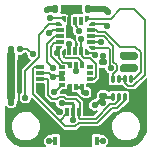
<source format=gtl>
G04 #@! TF.GenerationSoftware,KiCad,Pcbnew,7.0.7*
G04 #@! TF.CreationDate,2024-03-10T05:29:25-05:00*
G04 #@! TF.ProjectId,O12imu,4f313269-6d75-42e6-9b69-6361645f7063,1*
G04 #@! TF.SameCoordinates,Original*
G04 #@! TF.FileFunction,Copper,L1,Top*
G04 #@! TF.FilePolarity,Positive*
%FSLAX46Y46*%
G04 Gerber Fmt 4.6, Leading zero omitted, Abs format (unit mm)*
G04 Created by KiCad (PCBNEW 7.0.7) date 2024-03-10 05:29:25*
%MOMM*%
%LPD*%
G01*
G04 APERTURE LIST*
G04 Aperture macros list*
%AMRoundRect*
0 Rectangle with rounded corners*
0 $1 Rounding radius*
0 $2 $3 $4 $5 $6 $7 $8 $9 X,Y pos of 4 corners*
0 Add a 4 corners polygon primitive as box body*
4,1,4,$2,$3,$4,$5,$6,$7,$8,$9,$2,$3,0*
0 Add four circle primitives for the rounded corners*
1,1,$1+$1,$2,$3*
1,1,$1+$1,$4,$5*
1,1,$1+$1,$6,$7*
1,1,$1+$1,$8,$9*
0 Add four rect primitives between the rounded corners*
20,1,$1+$1,$2,$3,$4,$5,0*
20,1,$1+$1,$4,$5,$6,$7,0*
20,1,$1+$1,$6,$7,$8,$9,0*
20,1,$1+$1,$8,$9,$2,$3,0*%
%AMFreePoly0*
4,1,6,0.325000,0.000000,0.325000,-0.150000,-0.175000,-0.150000,-0.175000,0.150000,0.175000,0.150000,0.325000,0.000000,0.325000,0.000000,$1*%
%AMFreePoly1*
4,1,6,0.325000,0.000000,0.175000,-0.150000,-0.175000,-0.150000,-0.175000,0.150000,0.325000,0.150000,0.325000,0.000000,0.325000,0.000000,$1*%
%AMFreePoly2*
4,1,6,0.150000,-0.175000,-0.150000,-0.175000,-0.150000,0.175000,0.000000,0.325000,0.150000,0.325000,0.150000,-0.175000,0.150000,-0.175000,$1*%
%AMFreePoly3*
4,1,6,0.150000,0.175000,0.150000,-0.175000,-0.150000,-0.175000,-0.150000,0.325000,0.000000,0.325000,0.150000,0.175000,0.150000,0.175000,$1*%
%AMFreePoly4*
4,1,6,0.175000,-0.150000,-0.175000,-0.150000,-0.325000,0.000000,-0.325000,0.150000,0.175000,0.150000,0.175000,-0.150000,0.175000,-0.150000,$1*%
%AMFreePoly5*
4,1,7,0.175000,-0.150000,-0.175000,-0.150000,-0.325000,-0.150000,-0.325000,0.000000,-0.175000,0.150000,0.175000,0.150000,0.175000,-0.150000,0.175000,-0.150000,$1*%
%AMFreePoly6*
4,1,6,0.150000,-0.175000,0.000000,-0.325000,-0.150000,-0.325000,-0.150000,0.175000,0.150000,0.175000,0.150000,-0.175000,0.150000,-0.175000,$1*%
%AMFreePoly7*
4,1,6,0.150000,-0.325000,0.000000,-0.325000,-0.150000,-0.175000,-0.150000,0.175000,0.150000,0.175000,0.150000,-0.325000,0.150000,-0.325000,$1*%
G04 Aperture macros list end*
G04 #@! TA.AperFunction,SMDPad,CuDef*
%ADD10FreePoly0,270.000000*%
G04 #@! TD*
G04 #@! TA.AperFunction,SMDPad,CuDef*
%ADD11R,0.300000X0.700000*%
G04 #@! TD*
G04 #@! TA.AperFunction,SMDPad,CuDef*
%ADD12FreePoly1,270.000000*%
G04 #@! TD*
G04 #@! TA.AperFunction,SMDPad,CuDef*
%ADD13FreePoly2,270.000000*%
G04 #@! TD*
G04 #@! TA.AperFunction,SMDPad,CuDef*
%ADD14R,0.700000X0.300000*%
G04 #@! TD*
G04 #@! TA.AperFunction,SMDPad,CuDef*
%ADD15FreePoly3,270.000000*%
G04 #@! TD*
G04 #@! TA.AperFunction,SMDPad,CuDef*
%ADD16FreePoly4,270.000000*%
G04 #@! TD*
G04 #@! TA.AperFunction,SMDPad,CuDef*
%ADD17FreePoly5,270.000000*%
G04 #@! TD*
G04 #@! TA.AperFunction,SMDPad,CuDef*
%ADD18FreePoly6,270.000000*%
G04 #@! TD*
G04 #@! TA.AperFunction,SMDPad,CuDef*
%ADD19FreePoly7,270.000000*%
G04 #@! TD*
G04 #@! TA.AperFunction,SMDPad,CuDef*
%ADD20RoundRect,0.140000X0.170000X-0.140000X0.170000X0.140000X-0.170000X0.140000X-0.170000X-0.140000X0*%
G04 #@! TD*
G04 #@! TA.AperFunction,SMDPad,CuDef*
%ADD21RoundRect,0.150000X0.600000X-0.150000X0.600000X0.150000X-0.600000X0.150000X-0.600000X-0.150000X0*%
G04 #@! TD*
G04 #@! TA.AperFunction,SMDPad,CuDef*
%ADD22R,0.533400X0.304800*%
G04 #@! TD*
G04 #@! TA.AperFunction,SMDPad,CuDef*
%ADD23R,0.304800X0.533400*%
G04 #@! TD*
G04 #@! TA.AperFunction,SMDPad,CuDef*
%ADD24R,0.800000X0.300000*%
G04 #@! TD*
G04 #@! TA.AperFunction,SMDPad,CuDef*
%ADD25R,0.800000X0.400000*%
G04 #@! TD*
G04 #@! TA.AperFunction,SMDPad,CuDef*
%ADD26RoundRect,0.050000X-0.100000X0.285000X-0.100000X-0.285000X0.100000X-0.285000X0.100000X0.285000X0*%
G04 #@! TD*
G04 #@! TA.AperFunction,SMDPad,CuDef*
%ADD27R,0.300000X0.800000*%
G04 #@! TD*
G04 #@! TA.AperFunction,SMDPad,CuDef*
%ADD28R,0.400000X0.800000*%
G04 #@! TD*
G04 #@! TA.AperFunction,SMDPad,CuDef*
%ADD29RoundRect,0.140000X-0.170000X0.140000X-0.170000X-0.140000X0.170000X-0.140000X0.170000X0.140000X0*%
G04 #@! TD*
G04 #@! TA.AperFunction,SMDPad,CuDef*
%ADD30RoundRect,0.140000X0.140000X0.170000X-0.140000X0.170000X-0.140000X-0.170000X0.140000X-0.170000X0*%
G04 #@! TD*
G04 #@! TA.AperFunction,SMDPad,CuDef*
%ADD31RoundRect,0.140000X-0.140000X-0.170000X0.140000X-0.170000X0.140000X0.170000X-0.140000X0.170000X0*%
G04 #@! TD*
G04 #@! TA.AperFunction,ViaPad*
%ADD32C,0.550000*%
G04 #@! TD*
G04 #@! TA.AperFunction,Conductor*
%ADD33C,0.500000*%
G04 #@! TD*
G04 #@! TA.AperFunction,Conductor*
%ADD34C,0.160000*%
G04 #@! TD*
G04 #@! TA.AperFunction,Conductor*
%ADD35C,0.250000*%
G04 #@! TD*
G04 #@! TA.AperFunction,Conductor*
%ADD36C,0.200000*%
G04 #@! TD*
G04 #@! TA.AperFunction,Conductor*
%ADD37C,0.700000*%
G04 #@! TD*
G04 APERTURE END LIST*
D10*
X50950000Y-45125000D03*
D11*
X50450000Y-45300000D03*
X49950000Y-45300000D03*
X49450000Y-45300000D03*
D12*
X48950000Y-45125000D03*
D13*
X48475000Y-45600000D03*
D14*
X48650000Y-46100000D03*
X48650000Y-46600000D03*
X48650000Y-47100000D03*
D15*
X48475000Y-47600000D03*
D16*
X48950000Y-48075000D03*
D11*
X49450000Y-47900000D03*
X49950000Y-47900000D03*
X50450000Y-47900000D03*
D17*
X50950000Y-48075000D03*
D18*
X51425000Y-47600000D03*
D14*
X51250000Y-47100000D03*
X51250000Y-46600000D03*
X51250000Y-46100000D03*
D19*
X51425000Y-45600000D03*
D20*
X52300000Y-49780000D03*
X52300000Y-48820000D03*
D21*
X54500000Y-48300000D03*
D22*
X48818900Y-49249999D03*
X48818900Y-49750000D03*
X48818900Y-50250000D03*
X48818900Y-50750001D03*
D23*
X49500001Y-50927100D03*
X50000000Y-50927100D03*
X50499999Y-50927100D03*
D22*
X51181100Y-50750001D03*
X51181100Y-50250000D03*
X51181100Y-49750000D03*
X51181100Y-49249999D03*
D23*
X50499999Y-49072900D03*
X50000000Y-49072900D03*
X49500001Y-49072900D03*
D24*
X47000000Y-50750000D03*
X47000000Y-50250000D03*
X47000000Y-49750000D03*
X47000000Y-49250000D03*
D25*
X44500000Y-48250000D03*
X44500000Y-51750000D03*
D26*
X54650000Y-50250000D03*
X54150000Y-50250000D03*
X53650000Y-50250000D03*
X53150000Y-50250000D03*
X53150000Y-51730000D03*
X53650000Y-51730000D03*
X54150000Y-51730000D03*
X54650000Y-51730000D03*
D27*
X50750000Y-53000000D03*
X50250000Y-53000000D03*
X49750000Y-53000000D03*
X49250000Y-53000000D03*
D28*
X48250000Y-55500000D03*
X51750000Y-55500000D03*
D29*
X52300000Y-50720000D03*
X52300000Y-51680000D03*
D21*
X54500000Y-49300000D03*
D30*
X49180000Y-44350000D03*
X48220000Y-44350000D03*
D31*
X50070000Y-44350000D03*
X51030000Y-44350000D03*
D32*
X52749991Y-44610500D03*
X52300000Y-52250000D03*
X44505013Y-47745692D03*
X49750000Y-53750000D03*
X48100000Y-50059503D03*
X48778416Y-52307809D03*
X52250000Y-55500000D03*
X49450000Y-47250000D03*
X50850000Y-51400000D03*
X47750000Y-55500000D03*
X47565971Y-44426518D03*
X51608925Y-52446973D03*
X52322261Y-48324719D03*
X52655500Y-45797289D03*
X44500000Y-52250000D03*
X49500000Y-46200000D03*
X48601510Y-53023897D03*
X51150000Y-53000000D03*
X45650000Y-48400000D03*
X47886193Y-53763807D03*
X50250000Y-46150000D03*
X52950000Y-49300000D03*
X54000000Y-49400000D03*
X52100000Y-47114500D03*
X54000000Y-48200000D03*
X45700000Y-51834500D03*
X48154500Y-51350000D03*
X46334500Y-48150000D03*
X50450000Y-46850000D03*
X45264160Y-47714160D03*
X50000000Y-49610000D03*
X48100000Y-49350000D03*
X48365498Y-48085246D03*
X51626830Y-48184116D03*
X47750000Y-46350000D03*
X47800000Y-45100000D03*
D33*
X52489491Y-44350000D02*
X52749991Y-44610500D01*
X51030000Y-44350000D02*
X52489491Y-44350000D01*
X50070000Y-44350000D02*
X49180000Y-44350000D01*
D34*
X55030000Y-47500000D02*
X55498726Y-47968726D01*
X51660000Y-46100000D02*
X51840000Y-46280000D01*
X52477452Y-46280000D02*
X53697452Y-47500000D01*
X55498726Y-47968726D02*
X55498726Y-49652817D01*
X51840000Y-46280000D02*
X52477452Y-46280000D01*
X55498726Y-49652817D02*
X54941543Y-50210000D01*
X51300000Y-46100000D02*
X51660000Y-46100000D01*
X53697452Y-47500000D02*
X55030000Y-47500000D01*
X54941543Y-50210000D02*
X54650000Y-50210000D01*
X53750000Y-44350000D02*
X54900000Y-44350000D01*
X53650000Y-50250000D02*
X54150000Y-50250000D01*
X54860122Y-50835000D02*
X54439878Y-50835000D01*
X55818726Y-45268726D02*
X55818726Y-49876396D01*
X50950000Y-45125000D02*
X50975000Y-45150000D01*
X54900000Y-44350000D02*
X55818726Y-45268726D01*
X55818726Y-49876396D02*
X54860122Y-50835000D01*
X54150000Y-50545122D02*
X54150000Y-50250000D01*
X54439878Y-50835000D02*
X54150000Y-50545122D01*
X52950000Y-45150000D02*
X53750000Y-44350000D01*
X50975000Y-45150000D02*
X52950000Y-45150000D01*
X53170000Y-47425096D02*
X52344904Y-46600000D01*
X53150000Y-50210000D02*
X53150000Y-49815000D01*
X53170000Y-48791680D02*
X53170000Y-47425096D01*
X53465000Y-49086680D02*
X53170000Y-48791680D01*
X52344904Y-46600000D02*
X51300000Y-46600000D01*
X53150000Y-49815000D02*
X53163320Y-49815000D01*
X53465000Y-49513320D02*
X53465000Y-49086680D01*
X53163320Y-49815000D02*
X53465000Y-49513320D01*
D35*
X49750000Y-52380000D02*
X49677809Y-52307809D01*
X50000000Y-50927100D02*
X50499999Y-50927100D01*
X48818900Y-49750000D02*
X48818900Y-50000000D01*
X48818900Y-50000000D02*
X48818900Y-50250000D01*
D36*
X47993395Y-50000000D02*
X48300000Y-50000000D01*
D35*
X52300000Y-51680000D02*
X52300000Y-51755898D01*
D37*
X44500000Y-48250000D02*
X44500000Y-51750000D01*
D34*
X51750000Y-55500000D02*
X52250000Y-55500000D01*
D35*
X52750000Y-51730000D02*
X52350000Y-51730000D01*
D33*
X48220000Y-44350000D02*
X47642489Y-44350000D01*
D35*
X52300000Y-52250000D02*
X52300000Y-51745613D01*
X52300000Y-51755898D02*
X51608925Y-52446973D01*
D34*
X47642489Y-44350000D02*
X47565971Y-44426518D01*
X49450000Y-47250000D02*
X49450000Y-47900000D01*
D35*
X50850000Y-51400000D02*
X50499999Y-51399999D01*
D36*
X48300000Y-50000000D02*
X48818900Y-50000000D01*
X48159503Y-50000000D02*
X48100000Y-50059503D01*
D34*
X52300000Y-48346980D02*
X52322261Y-48324719D01*
D35*
X52300000Y-51745613D02*
X52300000Y-51680000D01*
D34*
X52300000Y-48820000D02*
X52300000Y-48346980D01*
D35*
X52350000Y-51730000D02*
X52300000Y-51680000D01*
X49750000Y-53000000D02*
X49750000Y-52380000D01*
D33*
X44500000Y-48250000D02*
X44500000Y-47750705D01*
D35*
X49677809Y-52307809D02*
X48778416Y-52307809D01*
D34*
X48250000Y-55500000D02*
X47750000Y-55500000D01*
D36*
X48300000Y-50000000D02*
X48159503Y-50000000D01*
D34*
X44500000Y-47750705D02*
X44505013Y-47745692D01*
D36*
X51425000Y-45600000D02*
X52458211Y-45600000D01*
X52458211Y-45600000D02*
X52655500Y-45797289D01*
X47000000Y-49750000D02*
X47743395Y-49750000D01*
D35*
X50499999Y-51399999D02*
X50499999Y-50927100D01*
D33*
X44500000Y-51750000D02*
X44500000Y-52250000D01*
D35*
X53150000Y-51730000D02*
X52750000Y-51730000D01*
X49750000Y-53000000D02*
X49750000Y-53600000D01*
D36*
X47743395Y-49750000D02*
X47993395Y-50000000D01*
D34*
X47530000Y-50250000D02*
X47000000Y-50250000D01*
X48991736Y-51792809D02*
X48565096Y-51792809D01*
X47640000Y-50360000D02*
X47530000Y-50250000D01*
X53650000Y-52025122D02*
X53650000Y-51730000D01*
X52897452Y-52400000D02*
X53275122Y-52400000D01*
X49141736Y-51942809D02*
X48991736Y-51792809D01*
X50250000Y-53000000D02*
X50250000Y-53530000D01*
X50250000Y-53000000D02*
X50350000Y-52900000D01*
X48565096Y-51792809D02*
X48407905Y-51950000D01*
X50360000Y-53640000D02*
X51657452Y-53640000D01*
X51657452Y-53640000D02*
X52897452Y-52400000D01*
X50250000Y-53530000D02*
X50360000Y-53640000D01*
X48008445Y-51950000D02*
X47640000Y-51581555D01*
X50350000Y-52900000D02*
X50350000Y-52287437D01*
X50005372Y-51942809D02*
X49141736Y-51942809D01*
X47640000Y-51581555D02*
X47640000Y-50360000D01*
X48407905Y-51950000D02*
X48008445Y-51950000D01*
X50350000Y-52287437D02*
X50005372Y-51942809D01*
X53275122Y-52400000D02*
X53650000Y-52025122D01*
X54150000Y-51730000D02*
X54150000Y-52025122D01*
X53030000Y-52720000D02*
X51790000Y-53960000D01*
X46470000Y-49250000D02*
X47000000Y-49250000D01*
X46360000Y-49360000D02*
X46470000Y-49250000D01*
X51790000Y-53960000D02*
X50268320Y-53960000D01*
X48625000Y-53775000D02*
X46360000Y-51510000D01*
X54150000Y-52025122D02*
X53455122Y-52720000D01*
X49250000Y-53000000D02*
X49250000Y-53150000D01*
X53455122Y-52720000D02*
X53030000Y-52720000D01*
X49250000Y-53150000D02*
X48625000Y-53775000D01*
X46360000Y-51510000D02*
X46360000Y-49360000D01*
X50268320Y-53960000D02*
X49963320Y-54265000D01*
X49963320Y-54265000D02*
X49115000Y-54265000D01*
X49115000Y-54265000D02*
X48625000Y-53775000D01*
X49500000Y-44670000D02*
X49180000Y-44350000D01*
D36*
X45150000Y-48900000D02*
X45150000Y-51280000D01*
X45150000Y-51280000D02*
X45160000Y-51290000D01*
D35*
X52300000Y-49780000D02*
X52300000Y-50720000D01*
X52269999Y-50750001D02*
X52300000Y-50720000D01*
D36*
X45650000Y-48400000D02*
X45150000Y-48900000D01*
X45160000Y-52069683D02*
X46061998Y-52971681D01*
X47000000Y-50750000D02*
X47000000Y-51422387D01*
D34*
X54650000Y-51434878D02*
X54370122Y-51155000D01*
D35*
X52690000Y-51110000D02*
X54198690Y-51110000D01*
X50750000Y-53000000D02*
X51150000Y-53000000D01*
D34*
X49500000Y-46200000D02*
X49500000Y-44670000D01*
X54650000Y-51730000D02*
X54650000Y-51434878D01*
X54370122Y-51155000D02*
X54243690Y-51155000D01*
D36*
X45160000Y-51290000D02*
X45160000Y-52069683D01*
X49997195Y-51453800D02*
X50750000Y-52206605D01*
D34*
X54243690Y-51155000D02*
X54198690Y-51110000D01*
D36*
X49587600Y-51453800D02*
X49997195Y-51453800D01*
D35*
X50750000Y-53000000D02*
X50750000Y-52350000D01*
D36*
X51400000Y-50968901D02*
X51181100Y-50750001D01*
X47094067Y-52971681D02*
X47886193Y-53763807D01*
D34*
X49965000Y-47885000D02*
X49950000Y-47900000D01*
D36*
X49500001Y-51366201D02*
X49587600Y-51453800D01*
X51400000Y-51900000D02*
X51400000Y-50968901D01*
D34*
X49500000Y-46200000D02*
X49500000Y-46571680D01*
X49500000Y-46571680D02*
X49965000Y-47036680D01*
D36*
X50750000Y-52350000D02*
X50950000Y-52350000D01*
X50750000Y-52206605D02*
X50750000Y-52350000D01*
D35*
X52300000Y-50720000D02*
X52690000Y-51110000D01*
X51181100Y-50750001D02*
X52269999Y-50750001D01*
D36*
X50950000Y-52350000D02*
X51400000Y-51900000D01*
X46061998Y-52971681D02*
X47094067Y-52971681D01*
D34*
X49965000Y-47036680D02*
X49965000Y-47885000D01*
D36*
X47000000Y-51422387D02*
X48601510Y-53023897D01*
X49500001Y-50927100D02*
X49500001Y-51366201D01*
D34*
X50250000Y-46150000D02*
X50357685Y-46150000D01*
X50357685Y-46150000D02*
X50000000Y-45792315D01*
X50000000Y-45792315D02*
X50000000Y-45300000D01*
X52729500Y-47629500D02*
X51504500Y-47629500D01*
X52850000Y-49200000D02*
X52850000Y-47750000D01*
X51504500Y-47629500D02*
X51475000Y-47600000D01*
X52950000Y-49300000D02*
X52850000Y-49200000D01*
X52850000Y-47750000D02*
X52729500Y-47629500D01*
X52100000Y-47114500D02*
X51935500Y-47100000D01*
X51935500Y-47100000D02*
X51300000Y-47100000D01*
X48700000Y-47200000D02*
X48170000Y-47200000D01*
X48189480Y-48637548D02*
X48205000Y-48637548D01*
X47850498Y-47519502D02*
X47850498Y-48298566D01*
X47850498Y-48298566D02*
X48189480Y-48637548D01*
X48170000Y-47200000D02*
X47850498Y-47519502D01*
X48817451Y-49249999D02*
X48818900Y-49249999D01*
X48205000Y-48637548D02*
X48817451Y-49249999D01*
X45700000Y-49567452D02*
X45700000Y-51834500D01*
X47735000Y-45615000D02*
X46849500Y-46500500D01*
X46849500Y-48417952D02*
X45700000Y-49567452D01*
X48154500Y-51350000D02*
X48218901Y-51350000D01*
X48475000Y-45600000D02*
X48460000Y-45615000D01*
X48218901Y-51350000D02*
X48818900Y-50750001D01*
X48460000Y-45615000D02*
X47735000Y-45615000D01*
X46849500Y-46500500D02*
X46849500Y-48417952D01*
X50665648Y-48500000D02*
X50500000Y-48334352D01*
X51687800Y-50054600D02*
X51687800Y-48972699D01*
X51687800Y-48972699D02*
X51215101Y-48500000D01*
X51492400Y-50250000D02*
X51687800Y-50054600D01*
X46334500Y-48150000D02*
X46200000Y-48150000D01*
X45898660Y-47714160D02*
X46334500Y-48150000D01*
X45264160Y-47714160D02*
X45898660Y-47714160D01*
X51181100Y-50250000D02*
X51492400Y-50250000D01*
X50500000Y-48334352D02*
X50500000Y-47900000D01*
X50450000Y-47900000D02*
X50450000Y-46850000D01*
X51215101Y-48500000D02*
X50665648Y-48500000D01*
X50213100Y-48500000D02*
X49120000Y-48500000D01*
X49000000Y-48380000D02*
X49000000Y-48075000D01*
X50499999Y-48786899D02*
X50213100Y-48500000D01*
X50499999Y-49072900D02*
X50499999Y-48786899D01*
X49120000Y-48500000D02*
X49000000Y-48380000D01*
X48250000Y-46600000D02*
X48650000Y-46600000D01*
X47530498Y-47319502D02*
X48250000Y-46600000D01*
X47530498Y-48845996D02*
X47530498Y-47319502D01*
X50000000Y-49600092D02*
X50000000Y-49072900D01*
X48100000Y-49350000D02*
X47530498Y-48845996D01*
X48475000Y-47975744D02*
X48475000Y-47600000D01*
X48525000Y-47700000D02*
X48525000Y-48505000D01*
X48525000Y-48505000D02*
X48877599Y-48857599D01*
X48365498Y-48085246D02*
X48475000Y-47975744D01*
X49284700Y-48857599D02*
X49500001Y-49072900D01*
X48877599Y-48857599D02*
X49284700Y-48857599D01*
X51000000Y-48075000D02*
X51517714Y-48075000D01*
X51517714Y-48075000D02*
X51626830Y-48184116D01*
X48028235Y-46100000D02*
X48650000Y-46100000D01*
X47750000Y-46350000D02*
X48028235Y-46100000D01*
X48975000Y-45100000D02*
X47800000Y-45100000D01*
X49000000Y-45125000D02*
X48975000Y-45100000D01*
G04 #@! TA.AperFunction,Conductor*
G36*
X55988086Y-50200464D02*
G01*
X56031351Y-50243729D01*
X56042141Y-50288674D01*
X56042141Y-54241013D01*
X56042035Y-54244253D01*
X56026954Y-54474280D01*
X56026108Y-54480706D01*
X55981451Y-54705188D01*
X55979774Y-54711449D01*
X55906194Y-54928200D01*
X55903713Y-54934189D01*
X55802479Y-55139467D01*
X55799238Y-55145080D01*
X55672072Y-55335396D01*
X55668129Y-55340534D01*
X55630787Y-55383116D01*
X55517209Y-55512626D01*
X55512626Y-55517209D01*
X55416228Y-55601748D01*
X55340534Y-55668129D01*
X55335396Y-55672072D01*
X55145080Y-55799238D01*
X55139467Y-55802479D01*
X54934189Y-55903713D01*
X54928200Y-55906194D01*
X54711449Y-55979774D01*
X54705188Y-55981451D01*
X54523857Y-56017523D01*
X54480703Y-56026108D01*
X54474280Y-56026954D01*
X54244254Y-56042035D01*
X54241014Y-56042141D01*
X52623089Y-56042141D01*
X52564898Y-56023234D01*
X52528934Y-55973734D01*
X52528934Y-55912548D01*
X52560482Y-55869125D01*
X52559239Y-55867691D01*
X52564586Y-55863057D01*
X52564586Y-55863056D01*
X52564589Y-55863055D01*
X52654130Y-55759718D01*
X52710931Y-55635342D01*
X52730390Y-55500000D01*
X52716337Y-55402259D01*
X52710932Y-55364662D01*
X52710930Y-55364654D01*
X52654131Y-55240284D01*
X52654130Y-55240283D01*
X52654130Y-55240282D01*
X52564589Y-55136945D01*
X52449561Y-55063022D01*
X52421822Y-55054877D01*
X52318368Y-55024500D01*
X52318367Y-55024500D01*
X52193608Y-55024500D01*
X52135417Y-55005593D01*
X52111293Y-54980502D01*
X52094554Y-54955451D01*
X52094552Y-54955448D01*
X52094548Y-54955445D01*
X52028233Y-54911134D01*
X52028231Y-54911133D01*
X52028228Y-54911132D01*
X52028227Y-54911132D01*
X51969758Y-54899501D01*
X51969748Y-54899500D01*
X51530252Y-54899500D01*
X51530251Y-54899500D01*
X51530241Y-54899501D01*
X51471772Y-54911132D01*
X51471766Y-54911134D01*
X51405451Y-54955445D01*
X51405445Y-54955451D01*
X51361134Y-55021766D01*
X51361132Y-55021772D01*
X51349501Y-55080241D01*
X51349500Y-55080253D01*
X51349500Y-55919755D01*
X51350311Y-55923829D01*
X51343118Y-55984590D01*
X51301585Y-56029519D01*
X51253213Y-56042141D01*
X48746787Y-56042141D01*
X48688596Y-56023234D01*
X48652632Y-55973734D01*
X48649689Y-55923829D01*
X48650499Y-55919755D01*
X48650500Y-55919746D01*
X48650500Y-55080253D01*
X48650498Y-55080241D01*
X48647073Y-55063022D01*
X48638867Y-55021769D01*
X48594552Y-54955448D01*
X48594548Y-54955445D01*
X48528233Y-54911134D01*
X48528231Y-54911133D01*
X48528228Y-54911132D01*
X48528227Y-54911132D01*
X48469758Y-54899501D01*
X48469748Y-54899500D01*
X48030252Y-54899500D01*
X48030251Y-54899500D01*
X48030241Y-54899501D01*
X47971772Y-54911132D01*
X47971766Y-54911134D01*
X47905451Y-54955445D01*
X47905445Y-54955451D01*
X47888707Y-54980502D01*
X47840657Y-55018381D01*
X47806392Y-55024500D01*
X47681631Y-55024500D01*
X47550441Y-55063021D01*
X47550439Y-55063021D01*
X47550439Y-55063022D01*
X47435411Y-55136945D01*
X47435410Y-55136945D01*
X47435410Y-55136946D01*
X47345868Y-55240284D01*
X47289069Y-55364654D01*
X47289067Y-55364662D01*
X47269610Y-55499997D01*
X47269610Y-55500002D01*
X47289067Y-55635337D01*
X47289069Y-55635345D01*
X47345868Y-55759715D01*
X47345869Y-55759716D01*
X47345870Y-55759718D01*
X47435411Y-55863055D01*
X47435413Y-55863057D01*
X47440761Y-55867691D01*
X47438745Y-55870016D01*
X47469171Y-55907236D01*
X47472655Y-55968322D01*
X47439569Y-56019790D01*
X47382549Y-56041980D01*
X47376911Y-56042141D01*
X45758986Y-56042141D01*
X45755746Y-56042035D01*
X45525719Y-56026954D01*
X45519298Y-56026108D01*
X45430081Y-56008360D01*
X45294811Y-55981451D01*
X45288550Y-55979774D01*
X45071799Y-55906194D01*
X45065810Y-55903713D01*
X44992766Y-55867691D01*
X44860526Y-55802476D01*
X44854919Y-55799238D01*
X44795769Y-55759715D01*
X44664597Y-55672067D01*
X44659472Y-55668135D01*
X44487370Y-55517206D01*
X44482790Y-55512626D01*
X44471719Y-55500002D01*
X44331862Y-55340525D01*
X44327933Y-55335405D01*
X44200758Y-55145075D01*
X44197526Y-55139478D01*
X44096283Y-54934182D01*
X44093805Y-54928200D01*
X44020225Y-54711449D01*
X44018548Y-54705188D01*
X43973888Y-54480688D01*
X43973046Y-54474290D01*
X43957963Y-54244226D01*
X43957911Y-54242641D01*
X44551716Y-54242641D01*
X44572244Y-54464177D01*
X44633130Y-54678169D01*
X44732301Y-54877330D01*
X44866378Y-55054877D01*
X45030797Y-55204765D01*
X45219958Y-55321888D01*
X45427419Y-55402259D01*
X45646116Y-55443141D01*
X45868602Y-55443141D01*
X46087299Y-55402259D01*
X46294760Y-55321888D01*
X46483921Y-55204765D01*
X46648340Y-55054877D01*
X46782417Y-54877330D01*
X46881588Y-54678169D01*
X46942474Y-54464177D01*
X46963002Y-54242641D01*
X46942474Y-54021105D01*
X46881588Y-53807113D01*
X46782417Y-53607952D01*
X46648340Y-53430405D01*
X46483921Y-53280517D01*
X46294760Y-53163394D01*
X46087299Y-53083023D01*
X46087298Y-53083022D01*
X46087296Y-53083022D01*
X45868602Y-53042141D01*
X45646116Y-53042141D01*
X45427421Y-53083022D01*
X45373754Y-53103813D01*
X45219958Y-53163394D01*
X45063126Y-53260500D01*
X45030797Y-53280517D01*
X44866379Y-53430404D01*
X44732302Y-53607950D01*
X44732297Y-53607959D01*
X44661569Y-53750000D01*
X44633130Y-53807113D01*
X44572244Y-54021105D01*
X44551716Y-54242641D01*
X43957911Y-54242641D01*
X43957859Y-54241038D01*
X43957859Y-54225500D01*
X43957859Y-52615873D01*
X43976766Y-52557683D01*
X44026266Y-52521719D01*
X44087452Y-52521719D01*
X44131678Y-52551043D01*
X44145959Y-52567524D01*
X44158777Y-52582318D01*
X44185411Y-52613055D01*
X44300439Y-52686978D01*
X44431633Y-52725500D01*
X44431634Y-52725500D01*
X44568366Y-52725500D01*
X44568367Y-52725500D01*
X44699561Y-52686978D01*
X44814589Y-52613055D01*
X44904130Y-52509718D01*
X44960931Y-52385342D01*
X44966658Y-52345511D01*
X44980390Y-52250002D01*
X44980390Y-52250000D01*
X44977964Y-52233130D01*
X44974500Y-52209038D01*
X44984932Y-52148751D01*
X45017489Y-52112635D01*
X45044552Y-52094552D01*
X45088867Y-52028231D01*
X45088867Y-52028230D01*
X45094284Y-52020124D01*
X45097217Y-52022083D01*
X45125657Y-51988761D01*
X45185147Y-51974456D01*
X45241683Y-51997851D01*
X45267468Y-52032028D01*
X45295868Y-52094215D01*
X45295869Y-52094216D01*
X45295870Y-52094218D01*
X45385411Y-52197555D01*
X45500439Y-52271478D01*
X45631633Y-52310000D01*
X45631634Y-52310000D01*
X45768366Y-52310000D01*
X45768367Y-52310000D01*
X45899561Y-52271478D01*
X46014589Y-52197555D01*
X46104130Y-52094218D01*
X46158824Y-51974456D01*
X46160930Y-51969845D01*
X46160930Y-51969844D01*
X46160931Y-51969842D01*
X46165747Y-51936344D01*
X46192741Y-51881439D01*
X46246855Y-51852884D01*
X46307418Y-51861591D01*
X46333743Y-51880430D01*
X48389221Y-53935907D01*
X48404510Y-53956153D01*
X48405465Y-53957303D01*
X48434064Y-53981051D01*
X48437445Y-53984133D01*
X48875592Y-54422280D01*
X48880097Y-54427457D01*
X48887278Y-54436966D01*
X48887279Y-54436967D01*
X48904121Y-54452321D01*
X48920384Y-54467146D01*
X48922036Y-54468724D01*
X48935033Y-54481721D01*
X48935037Y-54481724D01*
X48937579Y-54483465D01*
X48942959Y-54487725D01*
X48964778Y-54507617D01*
X48964779Y-54507617D01*
X48964780Y-54507618D01*
X48972610Y-54510651D01*
X48992796Y-54521290D01*
X48999738Y-54526045D01*
X49028481Y-54532804D01*
X49035034Y-54534833D01*
X49062565Y-54545500D01*
X49070969Y-54545500D01*
X49093636Y-54548129D01*
X49101821Y-54550055D01*
X49125354Y-54546771D01*
X49131070Y-54545975D01*
X49137916Y-54545500D01*
X49905245Y-54545500D01*
X49912092Y-54545975D01*
X49923893Y-54547621D01*
X49923896Y-54547622D01*
X49923898Y-54547621D01*
X49923899Y-54547622D01*
X49941604Y-54546803D01*
X49968654Y-54545552D01*
X49970931Y-54545500D01*
X49989309Y-54545500D01*
X49989313Y-54545500D01*
X49992343Y-54544933D01*
X49999145Y-54544142D01*
X50028653Y-54542779D01*
X50036344Y-54539382D01*
X50058139Y-54532633D01*
X50066404Y-54531089D01*
X50091513Y-54515540D01*
X50097564Y-54512351D01*
X50124586Y-54500421D01*
X50130529Y-54494476D01*
X50148417Y-54480308D01*
X50155565Y-54475883D01*
X50173366Y-54452308D01*
X50177849Y-54447156D01*
X50355510Y-54269496D01*
X50408218Y-54242641D01*
X53036998Y-54242641D01*
X53057526Y-54464177D01*
X53118412Y-54678169D01*
X53217583Y-54877330D01*
X53351660Y-55054877D01*
X53516079Y-55204765D01*
X53705240Y-55321888D01*
X53912701Y-55402259D01*
X54131398Y-55443141D01*
X54353884Y-55443141D01*
X54572581Y-55402259D01*
X54780042Y-55321888D01*
X54969203Y-55204765D01*
X55133622Y-55054877D01*
X55267699Y-54877330D01*
X55366870Y-54678169D01*
X55427756Y-54464177D01*
X55448284Y-54242641D01*
X55427756Y-54021105D01*
X55366870Y-53807113D01*
X55267699Y-53607952D01*
X55133622Y-53430405D01*
X54969203Y-53280517D01*
X54780042Y-53163394D01*
X54572581Y-53083023D01*
X54572580Y-53083022D01*
X54572578Y-53083022D01*
X54353884Y-53042141D01*
X54131398Y-53042141D01*
X53912703Y-53083022D01*
X53859036Y-53103813D01*
X53705240Y-53163394D01*
X53548408Y-53260500D01*
X53516079Y-53280517D01*
X53351661Y-53430404D01*
X53217584Y-53607950D01*
X53217579Y-53607959D01*
X53118413Y-53807110D01*
X53057526Y-54021105D01*
X53037449Y-54237779D01*
X53036998Y-54242641D01*
X50408218Y-54242641D01*
X50410028Y-54241719D01*
X50425514Y-54240500D01*
X51731925Y-54240500D01*
X51738772Y-54240975D01*
X51750573Y-54242621D01*
X51750576Y-54242622D01*
X51750578Y-54242621D01*
X51750579Y-54242622D01*
X51770108Y-54241719D01*
X51795334Y-54240552D01*
X51797611Y-54240500D01*
X51815989Y-54240500D01*
X51815993Y-54240500D01*
X51819023Y-54239933D01*
X51825825Y-54239142D01*
X51855333Y-54237779D01*
X51863024Y-54234382D01*
X51884819Y-54227633D01*
X51893084Y-54226089D01*
X51918193Y-54210540D01*
X51924244Y-54207351D01*
X51951266Y-54195421D01*
X51957209Y-54189476D01*
X51975097Y-54175308D01*
X51982245Y-54170883D01*
X52000043Y-54147312D01*
X52004540Y-54142146D01*
X53117190Y-53029496D01*
X53171707Y-53001719D01*
X53187194Y-53000500D01*
X53397047Y-53000500D01*
X53403894Y-53000975D01*
X53415695Y-53002621D01*
X53415698Y-53002622D01*
X53415700Y-53002621D01*
X53415701Y-53002622D01*
X53435230Y-53001719D01*
X53460456Y-53000552D01*
X53462733Y-53000500D01*
X53481111Y-53000500D01*
X53481115Y-53000500D01*
X53484145Y-52999933D01*
X53490947Y-52999142D01*
X53520455Y-52997779D01*
X53528146Y-52994382D01*
X53549941Y-52987633D01*
X53558206Y-52986089D01*
X53583315Y-52970540D01*
X53589366Y-52967351D01*
X53616388Y-52955421D01*
X53622331Y-52949476D01*
X53640219Y-52935308D01*
X53647367Y-52930883D01*
X53665165Y-52907312D01*
X53669662Y-52902146D01*
X53958756Y-52613052D01*
X54292930Y-52278877D01*
X54343622Y-52251785D01*
X54347740Y-52250966D01*
X54397371Y-52217804D01*
X54430597Y-52195604D01*
X54430597Y-52195603D01*
X54430601Y-52195601D01*
X54485966Y-52112740D01*
X54500500Y-52039674D01*
X54500500Y-51420326D01*
X54485966Y-51347260D01*
X54434010Y-51269501D01*
X54417402Y-51210613D01*
X54438580Y-51153209D01*
X54489454Y-51119217D01*
X54516326Y-51115500D01*
X54802047Y-51115500D01*
X54808894Y-51115975D01*
X54820695Y-51117621D01*
X54820698Y-51117622D01*
X54820700Y-51117621D01*
X54820701Y-51117622D01*
X54838406Y-51116803D01*
X54865456Y-51115552D01*
X54867733Y-51115500D01*
X54886111Y-51115500D01*
X54886115Y-51115500D01*
X54889145Y-51114933D01*
X54895947Y-51114142D01*
X54925455Y-51112779D01*
X54933146Y-51109382D01*
X54954941Y-51102633D01*
X54963206Y-51101089D01*
X54988315Y-51085540D01*
X54994366Y-51082351D01*
X55021388Y-51070421D01*
X55027331Y-51064476D01*
X55045219Y-51050308D01*
X55052367Y-51045883D01*
X55070165Y-51022312D01*
X55074662Y-51017146D01*
X55472401Y-50619407D01*
X55873137Y-50218669D01*
X55927654Y-50190893D01*
X55988086Y-50200464D01*
G37*
G04 #@! TD.AperFunction*
G04 #@! TA.AperFunction,Conductor*
G36*
X52090099Y-49300500D02*
G01*
X52383897Y-49300499D01*
X52442087Y-49319406D01*
X52478051Y-49368906D01*
X52481889Y-49385410D01*
X52489068Y-49435341D01*
X52539640Y-49546076D01*
X52545870Y-49559718D01*
X52635411Y-49663055D01*
X52750439Y-49736978D01*
X52750444Y-49736979D01*
X52750445Y-49736980D01*
X52756883Y-49739921D01*
X52756245Y-49741316D01*
X52800004Y-49771232D01*
X52820569Y-49828858D01*
X52815285Y-49857568D01*
X52815936Y-49857698D01*
X52799501Y-49940315D01*
X52799500Y-49940327D01*
X52799500Y-50559672D01*
X52799501Y-50559684D01*
X52814033Y-50632736D01*
X52814035Y-50632742D01*
X52869397Y-50715599D01*
X52869400Y-50715602D01*
X52919385Y-50749000D01*
X52952260Y-50770966D01*
X52995193Y-50779506D01*
X53025315Y-50785498D01*
X53025320Y-50785498D01*
X53025326Y-50785500D01*
X53025327Y-50785500D01*
X53274673Y-50785500D01*
X53274674Y-50785500D01*
X53347740Y-50770966D01*
X53347746Y-50770961D01*
X53356752Y-50767233D01*
X53357586Y-50769248D01*
X53403880Y-50756189D01*
X53442610Y-50768773D01*
X53443248Y-50767233D01*
X53452255Y-50770962D01*
X53452260Y-50770966D01*
X53495193Y-50779506D01*
X53525315Y-50785498D01*
X53525320Y-50785498D01*
X53525326Y-50785500D01*
X53525327Y-50785500D01*
X53774673Y-50785500D01*
X53774674Y-50785500D01*
X53847740Y-50770966D01*
X53847746Y-50770961D01*
X53856752Y-50767233D01*
X53857586Y-50769248D01*
X53903880Y-50756189D01*
X53942612Y-50768773D01*
X53943250Y-50767234D01*
X53952256Y-50770963D01*
X53952260Y-50770966D01*
X53954492Y-50771410D01*
X53956376Y-50771785D01*
X54007070Y-50798879D01*
X54200470Y-50992280D01*
X54204975Y-50997457D01*
X54212159Y-51006969D01*
X54229018Y-51022339D01*
X54259284Y-51075514D01*
X54252513Y-51136324D01*
X54211292Y-51181540D01*
X54162322Y-51194500D01*
X54025326Y-51194500D01*
X54025325Y-51194500D01*
X54025315Y-51194501D01*
X53952263Y-51209033D01*
X53952261Y-51209033D01*
X53952260Y-51209034D01*
X53952259Y-51209034D01*
X53943251Y-51212766D01*
X53942416Y-51210751D01*
X53896112Y-51223811D01*
X53857386Y-51211227D01*
X53856749Y-51212766D01*
X53847742Y-51209035D01*
X53847740Y-51209034D01*
X53847736Y-51209033D01*
X53774684Y-51194501D01*
X53774674Y-51194500D01*
X53525326Y-51194500D01*
X53525323Y-51194500D01*
X53452259Y-51209033D01*
X53443255Y-51212764D01*
X53442421Y-51210751D01*
X53396099Y-51223809D01*
X53357388Y-51211229D01*
X53356752Y-51212767D01*
X53347742Y-51209035D01*
X53347740Y-51209034D01*
X53347736Y-51209033D01*
X53274684Y-51194501D01*
X53274674Y-51194500D01*
X53025326Y-51194500D01*
X53025325Y-51194500D01*
X53025315Y-51194501D01*
X52952263Y-51209033D01*
X52952257Y-51209035D01*
X52869400Y-51264397D01*
X52869395Y-51264402D01*
X52858928Y-51280068D01*
X52810878Y-51317947D01*
X52749739Y-51320349D01*
X52706611Y-51295071D01*
X52668316Y-51256776D01*
X52668314Y-51256775D01*
X52668313Y-51256774D01*
X52569320Y-51210613D01*
X52559488Y-51206028D01*
X52542958Y-51203852D01*
X52509901Y-51199500D01*
X52509899Y-51199500D01*
X52090103Y-51199500D01*
X52090092Y-51199501D01*
X52040513Y-51206027D01*
X52040511Y-51206027D01*
X51931686Y-51256774D01*
X51846774Y-51341686D01*
X51796029Y-51450510D01*
X51796028Y-51450511D01*
X51789500Y-51500100D01*
X51789500Y-51765064D01*
X51770593Y-51823255D01*
X51760504Y-51835067D01*
X51653096Y-51942476D01*
X51598579Y-51970254D01*
X51583092Y-51971473D01*
X51540556Y-51971473D01*
X51409366Y-52009994D01*
X51409364Y-52009994D01*
X51409364Y-52009995D01*
X51294336Y-52083918D01*
X51294335Y-52083918D01*
X51294335Y-52083919D01*
X51204793Y-52187257D01*
X51147994Y-52311627D01*
X51147992Y-52311635D01*
X51128535Y-52446970D01*
X51128535Y-52446975D01*
X51147992Y-52582310D01*
X51147994Y-52582318D01*
X51204793Y-52706688D01*
X51204794Y-52706689D01*
X51204795Y-52706691D01*
X51294336Y-52810028D01*
X51409364Y-52883951D01*
X51540558Y-52922473D01*
X51540559Y-52922473D01*
X51677291Y-52922473D01*
X51677292Y-52922473D01*
X51731244Y-52906631D01*
X51792403Y-52908378D01*
X51840856Y-52945740D01*
X51858095Y-53004447D01*
X51837534Y-53062074D01*
X51829139Y-53071624D01*
X51570261Y-53330503D01*
X51515744Y-53358281D01*
X51500257Y-53359500D01*
X50699500Y-53359500D01*
X50641309Y-53340593D01*
X50605345Y-53291093D01*
X50600500Y-53260500D01*
X50600500Y-53060025D01*
X50608936Y-53020036D01*
X50611040Y-53015266D01*
X50611044Y-53015262D01*
X50617805Y-52986513D01*
X50619829Y-52979977D01*
X50630500Y-52952435D01*
X50630500Y-52944027D01*
X50633130Y-52921358D01*
X50635054Y-52913179D01*
X50630975Y-52883934D01*
X50630500Y-52877088D01*
X50630500Y-52345511D01*
X50630975Y-52338663D01*
X50632622Y-52326859D01*
X50630553Y-52282110D01*
X50630500Y-52279824D01*
X50630500Y-52261447D01*
X50630500Y-52261444D01*
X50629931Y-52258402D01*
X50629142Y-52251605D01*
X50627779Y-52222104D01*
X50624382Y-52214411D01*
X50617633Y-52192614D01*
X50616089Y-52184353D01*
X50600539Y-52159239D01*
X50597349Y-52153188D01*
X50585421Y-52126171D01*
X50585419Y-52126169D01*
X50585419Y-52126168D01*
X50579473Y-52120222D01*
X50565309Y-52102340D01*
X50560884Y-52095193D01*
X50560880Y-52095190D01*
X50560035Y-52094552D01*
X50554371Y-52090274D01*
X50537321Y-52077398D01*
X50532144Y-52072893D01*
X50351572Y-51892322D01*
X50323795Y-51837805D01*
X50333366Y-51777373D01*
X50376631Y-51734108D01*
X50437063Y-51724537D01*
X50438769Y-51724822D01*
X50442602Y-51725497D01*
X50442605Y-51725499D01*
X50457656Y-51725499D01*
X50515847Y-51744406D01*
X50532473Y-51759665D01*
X50535411Y-51763055D01*
X50650439Y-51836978D01*
X50781633Y-51875500D01*
X50781634Y-51875500D01*
X50918366Y-51875500D01*
X50918367Y-51875500D01*
X51049561Y-51836978D01*
X51164589Y-51763055D01*
X51254130Y-51659718D01*
X51282530Y-51597530D01*
X51310930Y-51535345D01*
X51310932Y-51535337D01*
X51330390Y-51400002D01*
X51330390Y-51399997D01*
X51310932Y-51264662D01*
X51310930Y-51264654D01*
X51254131Y-51140284D01*
X51254130Y-51140283D01*
X51254130Y-51140282D01*
X51164589Y-51036945D01*
X51049561Y-50963022D01*
X51049558Y-50963021D01*
X50924007Y-50926155D01*
X50873500Y-50891618D01*
X50852939Y-50833991D01*
X50852899Y-50831165D01*
X50852899Y-50738108D01*
X50871806Y-50679917D01*
X50881895Y-50668104D01*
X50899999Y-50650000D01*
X50900000Y-50650000D01*
X50900000Y-50649999D01*
X50918103Y-50631896D01*
X50972620Y-50604119D01*
X50988107Y-50602900D01*
X51467547Y-50602900D01*
X51467548Y-50602900D01*
X51526031Y-50591267D01*
X51592352Y-50546952D01*
X51609017Y-50522009D01*
X51646203Y-50490767D01*
X51646094Y-50490608D01*
X51647716Y-50489496D01*
X51651351Y-50486443D01*
X51653666Y-50485421D01*
X51659609Y-50479476D01*
X51677497Y-50465308D01*
X51684645Y-50460883D01*
X51702443Y-50437312D01*
X51706940Y-50432146D01*
X51845077Y-50294009D01*
X51850256Y-50289502D01*
X51859761Y-50282323D01*
X51859767Y-50282321D01*
X51889983Y-50249174D01*
X51891516Y-50247569D01*
X51904523Y-50234564D01*
X51906271Y-50232010D01*
X51910515Y-50226651D01*
X51930417Y-50204822D01*
X51933453Y-50196982D01*
X51944095Y-50176793D01*
X51948844Y-50169862D01*
X51955604Y-50141118D01*
X51957630Y-50134573D01*
X51968300Y-50107035D01*
X51968299Y-50098627D01*
X51970928Y-50075962D01*
X51972854Y-50067779D01*
X51968775Y-50038535D01*
X51968300Y-50031689D01*
X51968300Y-49736978D01*
X51968300Y-49397348D01*
X51987206Y-49339161D01*
X52036706Y-49303197D01*
X52080220Y-49299199D01*
X52090099Y-49300500D01*
G37*
G04 #@! TD.AperFunction*
G04 #@! TA.AperFunction,Conductor*
G36*
X47318691Y-50619407D02*
G01*
X47354655Y-50668907D01*
X47359500Y-50699500D01*
X47359500Y-51523475D01*
X47359025Y-51530320D01*
X47357377Y-51542131D01*
X47359447Y-51586880D01*
X47359500Y-51589166D01*
X47359500Y-51607552D01*
X47360067Y-51610585D01*
X47360857Y-51617394D01*
X47362221Y-51646889D01*
X47365616Y-51654578D01*
X47372364Y-51676369D01*
X47373909Y-51684635D01*
X47373910Y-51684637D01*
X47373911Y-51684639D01*
X47389457Y-51709747D01*
X47392651Y-51715807D01*
X47397190Y-51726086D01*
X47404579Y-51742821D01*
X47410526Y-51748768D01*
X47424688Y-51766647D01*
X47429117Y-51773800D01*
X47452676Y-51791591D01*
X47457854Y-51796097D01*
X47769037Y-52107280D01*
X47773542Y-52112457D01*
X47780723Y-52121966D01*
X47780724Y-52121967D01*
X47802193Y-52141539D01*
X47813829Y-52152146D01*
X47815481Y-52153724D01*
X47828479Y-52166722D01*
X47829580Y-52167476D01*
X47831020Y-52168462D01*
X47836397Y-52172720D01*
X47844302Y-52179926D01*
X47858222Y-52192617D01*
X47862668Y-52194339D01*
X47866058Y-52195652D01*
X47886246Y-52206292D01*
X47893183Y-52211045D01*
X47921926Y-52217804D01*
X47928483Y-52219835D01*
X47956010Y-52230500D01*
X47964414Y-52230500D01*
X47987081Y-52233129D01*
X47995266Y-52235055D01*
X48018799Y-52231771D01*
X48024515Y-52230975D01*
X48031361Y-52230500D01*
X48201127Y-52230500D01*
X48259318Y-52249407D01*
X48295282Y-52298907D01*
X48299119Y-52315412D01*
X48317483Y-52443145D01*
X48317485Y-52443154D01*
X48374284Y-52567524D01*
X48374285Y-52567525D01*
X48374286Y-52567527D01*
X48463827Y-52670864D01*
X48578855Y-52744787D01*
X48710049Y-52783309D01*
X48710050Y-52783309D01*
X48800499Y-52783309D01*
X48858690Y-52802216D01*
X48894654Y-52851716D01*
X48899499Y-52882309D01*
X48899499Y-53062806D01*
X48880592Y-53120997D01*
X48870502Y-53132810D01*
X48695002Y-53308309D01*
X48640486Y-53336086D01*
X48580054Y-53326515D01*
X48554995Y-53308309D01*
X47632031Y-52385345D01*
X46669496Y-51422809D01*
X46641719Y-51368292D01*
X46640500Y-51352805D01*
X46640500Y-50699500D01*
X46659407Y-50641309D01*
X46708907Y-50605345D01*
X46739500Y-50600500D01*
X47260500Y-50600500D01*
X47318691Y-50619407D01*
G37*
G04 #@! TD.AperFunction*
G04 #@! TA.AperFunction,Conductor*
G36*
X49606291Y-50668907D02*
G01*
X49642255Y-50718407D01*
X49647100Y-50749000D01*
X49647100Y-51213546D01*
X49647101Y-51213558D01*
X49658732Y-51272027D01*
X49658734Y-51272033D01*
X49699554Y-51333123D01*
X49703048Y-51338352D01*
X49769369Y-51382667D01*
X49813831Y-51391511D01*
X49827841Y-51394298D01*
X49827846Y-51394298D01*
X49827852Y-51394300D01*
X49827853Y-51394300D01*
X50082215Y-51394300D01*
X50140406Y-51413207D01*
X50175244Y-51459440D01*
X50179297Y-51470576D01*
X50181426Y-51476424D01*
X50185892Y-51493090D01*
X50189410Y-51513041D01*
X50189411Y-51513045D01*
X50197863Y-51527684D01*
X50210583Y-51587532D01*
X50185696Y-51643427D01*
X50132708Y-51674019D01*
X50076364Y-51669497D01*
X50057811Y-51662310D01*
X50057808Y-51662309D01*
X50057807Y-51662309D01*
X50057806Y-51662309D01*
X50049403Y-51662309D01*
X50026735Y-51659679D01*
X50018551Y-51657754D01*
X49989302Y-51661834D01*
X49982456Y-51662309D01*
X49300067Y-51662309D01*
X49241876Y-51643402D01*
X49221060Y-51622966D01*
X49219459Y-51620846D01*
X49219457Y-51620842D01*
X49218995Y-51620421D01*
X49186350Y-51590661D01*
X49184698Y-51589083D01*
X49171700Y-51576085D01*
X49171692Y-51576079D01*
X49169147Y-51574335D01*
X49163776Y-51570080D01*
X49141959Y-51550192D01*
X49141954Y-51550189D01*
X49134114Y-51547152D01*
X49113933Y-51536514D01*
X49106999Y-51531764D01*
X49106998Y-51531763D01*
X49089187Y-51527574D01*
X49078249Y-51525002D01*
X49071702Y-51522974D01*
X49044175Y-51512310D01*
X49044172Y-51512309D01*
X49044171Y-51512309D01*
X49044170Y-51512309D01*
X49035767Y-51512309D01*
X49013099Y-51509679D01*
X49004915Y-51507754D01*
X48975666Y-51511834D01*
X48968820Y-51512309D01*
X48725806Y-51512309D01*
X48667615Y-51493402D01*
X48631651Y-51443902D01*
X48627813Y-51399222D01*
X48630193Y-51382667D01*
X48633442Y-51360068D01*
X48660436Y-51305163D01*
X48661351Y-51304235D01*
X48833689Y-51131897D01*
X48888207Y-51104120D01*
X48903693Y-51102901D01*
X49105347Y-51102901D01*
X49105348Y-51102901D01*
X49163831Y-51091268D01*
X49230152Y-51046953D01*
X49274467Y-50980632D01*
X49286100Y-50922149D01*
X49286100Y-50749000D01*
X49305007Y-50690809D01*
X49354507Y-50654845D01*
X49385100Y-50650000D01*
X49548100Y-50650000D01*
X49606291Y-50668907D01*
G37*
G04 #@! TD.AperFunction*
G04 #@! TA.AperFunction,Conductor*
G36*
X45799656Y-48013567D02*
G01*
X45811469Y-48023656D01*
X45829590Y-48041777D01*
X45857367Y-48096294D01*
X45857579Y-48125867D01*
X45854110Y-48150000D01*
X45854110Y-48150002D01*
X45873567Y-48285337D01*
X45873569Y-48285345D01*
X45930368Y-48409715D01*
X45930369Y-48409716D01*
X45930370Y-48409718D01*
X46019911Y-48513055D01*
X46122202Y-48578792D01*
X46160933Y-48626157D01*
X46164427Y-48687243D01*
X46138683Y-48732080D01*
X45542718Y-49328044D01*
X45537544Y-49332547D01*
X45528033Y-49339731D01*
X45497841Y-49372847D01*
X45496266Y-49374497D01*
X45483277Y-49387487D01*
X45483270Y-49387495D01*
X45481519Y-49390050D01*
X45477270Y-49395413D01*
X45457384Y-49417228D01*
X45457381Y-49417232D01*
X45454345Y-49425070D01*
X45443708Y-49445250D01*
X45438955Y-49452188D01*
X45432195Y-49480932D01*
X45430165Y-49487486D01*
X45419499Y-49515020D01*
X45419499Y-49523426D01*
X45416872Y-49546076D01*
X45414945Y-49554272D01*
X45419025Y-49583520D01*
X45419500Y-49590367D01*
X45419500Y-51396694D01*
X45400593Y-51454885D01*
X45385675Y-51471140D01*
X45295869Y-51574783D01*
X45289551Y-51588617D01*
X45248177Y-51633693D01*
X45188209Y-51645841D01*
X45132554Y-51620421D01*
X45102470Y-51567143D01*
X45100500Y-51547492D01*
X45100500Y-51530252D01*
X45088867Y-51471769D01*
X45067183Y-51439316D01*
X45050500Y-51384320D01*
X45050500Y-48615681D01*
X45067184Y-48560681D01*
X45088867Y-48528231D01*
X45100500Y-48469748D01*
X45100500Y-48288660D01*
X45119407Y-48230469D01*
X45168907Y-48194505D01*
X45199500Y-48189660D01*
X45332526Y-48189660D01*
X45332527Y-48189660D01*
X45463721Y-48151138D01*
X45578749Y-48077215D01*
X45609456Y-48041777D01*
X45620676Y-48028829D01*
X45673071Y-47997233D01*
X45695495Y-47994660D01*
X45741465Y-47994660D01*
X45799656Y-48013567D01*
G37*
G04 #@! TD.AperFunction*
G04 #@! TA.AperFunction,Conductor*
G36*
X50100191Y-47172657D02*
G01*
X50104029Y-47176838D01*
X50140048Y-47218406D01*
X50139096Y-47219230D01*
X50166926Y-47265377D01*
X50169500Y-47287804D01*
X50169500Y-47354387D01*
X50152815Y-47409388D01*
X50142389Y-47424990D01*
X50111134Y-47471766D01*
X50111132Y-47471772D01*
X50099501Y-47530241D01*
X50099500Y-47530253D01*
X50099500Y-48120500D01*
X50080593Y-48178691D01*
X50031093Y-48214655D01*
X50000500Y-48219500D01*
X49899500Y-48219500D01*
X49841309Y-48200593D01*
X49805345Y-48151093D01*
X49800500Y-48120500D01*
X49800500Y-47608536D01*
X49819407Y-47550345D01*
X49824680Y-47543705D01*
X49854130Y-47509718D01*
X49890945Y-47429105D01*
X49910930Y-47385345D01*
X49910932Y-47385337D01*
X49930390Y-47250002D01*
X49930390Y-47242919D01*
X49933444Y-47242919D01*
X49941641Y-47195488D01*
X49985510Y-47152836D01*
X50046071Y-47144115D01*
X50100191Y-47172657D01*
G37*
G04 #@! TD.AperFunction*
G04 #@! TA.AperFunction,Conductor*
G36*
X50520909Y-43976766D02*
G01*
X50556873Y-44026266D01*
X50557763Y-44084561D01*
X50556028Y-44090511D01*
X50552860Y-44114579D01*
X50550514Y-44132401D01*
X50549500Y-44140100D01*
X50549500Y-44559896D01*
X50549501Y-44559907D01*
X50556027Y-44609486D01*
X50558147Y-44616759D01*
X50556689Y-44617183D01*
X50563099Y-44669391D01*
X50533436Y-44722904D01*
X50477983Y-44748762D01*
X50465918Y-44749500D01*
X50280248Y-44749500D01*
X50219314Y-44761621D01*
X50180686Y-44761621D01*
X50119751Y-44749500D01*
X50119748Y-44749500D01*
X49780252Y-44749500D01*
X49780251Y-44749500D01*
X49780241Y-44749501D01*
X49721772Y-44761132D01*
X49721766Y-44761134D01*
X49655451Y-44805445D01*
X49655445Y-44805451D01*
X49611134Y-44871766D01*
X49611132Y-44871772D01*
X49599501Y-44930241D01*
X49599500Y-44930253D01*
X49599500Y-45669746D01*
X49599501Y-45669758D01*
X49611132Y-45728227D01*
X49611134Y-45728233D01*
X49655445Y-45794548D01*
X49655448Y-45794552D01*
X49686712Y-45815442D01*
X49722276Y-45857772D01*
X49725618Y-45865342D01*
X49732364Y-45887129D01*
X49733909Y-45895395D01*
X49733910Y-45895397D01*
X49733911Y-45895399D01*
X49749457Y-45920507D01*
X49752651Y-45926567D01*
X49764578Y-45953580D01*
X49769764Y-45961150D01*
X49766615Y-45963306D01*
X49786404Y-46002145D01*
X49786615Y-46031721D01*
X49769610Y-46149996D01*
X49769610Y-46150002D01*
X49789067Y-46285337D01*
X49789069Y-46285345D01*
X49845868Y-46409715D01*
X49845869Y-46409716D01*
X49845870Y-46409718D01*
X49935411Y-46513055D01*
X49975905Y-46539078D01*
X50014637Y-46586444D01*
X50018131Y-46647529D01*
X50012437Y-46663488D01*
X49989069Y-46714657D01*
X49989067Y-46714662D01*
X49969610Y-46849997D01*
X49969610Y-46857081D01*
X49966568Y-46857081D01*
X49958327Y-46904570D01*
X49914430Y-46947192D01*
X49853863Y-46955872D01*
X49799762Y-46927295D01*
X49795969Y-46923160D01*
X49764591Y-46886947D01*
X49764590Y-46886946D01*
X49764589Y-46886945D01*
X49649561Y-46813022D01*
X49649558Y-46813021D01*
X49518368Y-46774500D01*
X49518367Y-46774500D01*
X49381633Y-46774500D01*
X49381629Y-46774500D01*
X49327391Y-46790426D01*
X49266230Y-46788678D01*
X49217778Y-46751315D01*
X49200500Y-46695436D01*
X49200500Y-46430253D01*
X49200500Y-46430252D01*
X49188867Y-46371769D01*
X49188866Y-46371767D01*
X49188378Y-46369313D01*
X49188379Y-46330682D01*
X49200499Y-46269756D01*
X49200500Y-46269746D01*
X49200500Y-45930253D01*
X49200498Y-45930241D01*
X49193567Y-45895399D01*
X49188867Y-45871769D01*
X49144552Y-45805448D01*
X49144548Y-45805445D01*
X49141392Y-45802289D01*
X49113615Y-45747772D01*
X49123186Y-45687340D01*
X49166451Y-45644075D01*
X49173517Y-45640818D01*
X49178220Y-45638869D01*
X49178231Y-45638867D01*
X49244552Y-45594552D01*
X49288867Y-45528231D01*
X49304428Y-45450000D01*
X49304428Y-44950000D01*
X49288867Y-44871769D01*
X49244552Y-44805448D01*
X49229267Y-44795235D01*
X49178232Y-44761134D01*
X49178231Y-44761133D01*
X49100000Y-44745572D01*
X48800000Y-44745572D01*
X48799989Y-44745572D01*
X48795161Y-44746047D01*
X48735399Y-44732928D01*
X48694762Y-44687187D01*
X48688772Y-44626295D01*
X48691985Y-44616798D01*
X48691852Y-44616760D01*
X48693970Y-44609491D01*
X48693972Y-44609487D01*
X48700500Y-44559901D01*
X48700499Y-44140100D01*
X48693972Y-44090513D01*
X48693970Y-44090509D01*
X48692237Y-44084559D01*
X48694108Y-44023402D01*
X48731568Y-43975025D01*
X48787283Y-43957859D01*
X50462718Y-43957859D01*
X50520909Y-43976766D01*
G37*
G04 #@! TD.AperFunction*
M02*

</source>
